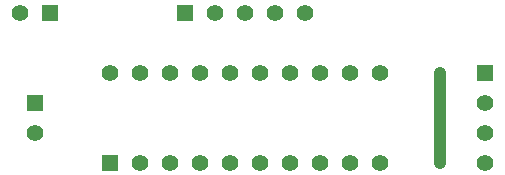
<source format=gbr>
G04 #@! TF.FileFunction,Copper,L1,Top,Signal*
%FSLAX46Y46*%
G04 Gerber Fmt 4.6, Leading zero omitted, Abs format (unit mm)*
G04 Created by KiCad (PCBNEW 4.0.5+dfsg1-4+deb9u1) date Sun Sep  4 20:07:11 2022*
%MOMM*%
%LPD*%
G01*
G04 APERTURE LIST*
%ADD10C,0.100000*%
%ADD11R,1.397000X1.397000*%
%ADD12C,1.397000*%
%ADD13C,0.889000*%
%ADD14C,1.000760*%
G04 APERTURE END LIST*
D10*
D11*
X132080000Y-99695000D03*
D12*
X132080000Y-102235000D03*
D11*
X138430000Y-104775000D03*
D12*
X140970000Y-104775000D03*
X143510000Y-104775000D03*
X146050000Y-104775000D03*
X148590000Y-104775000D03*
X151130000Y-104775000D03*
X153670000Y-104775000D03*
X156210000Y-104775000D03*
X158750000Y-104775000D03*
X161290000Y-104775000D03*
X161290000Y-97155000D03*
X158750000Y-97155000D03*
X156210000Y-97155000D03*
X153670000Y-97155000D03*
X151130000Y-97155000D03*
X148590000Y-97155000D03*
X146050000Y-97155000D03*
X143510000Y-97155000D03*
X140970000Y-97155000D03*
X138430000Y-97155000D03*
D11*
X144780000Y-92075000D03*
D12*
X147320000Y-92075000D03*
X149860000Y-92075000D03*
X152400000Y-92075000D03*
X154940000Y-92075000D03*
D11*
X170180000Y-97155000D03*
D12*
X170180000Y-99695000D03*
X170180000Y-102235000D03*
X170180000Y-104775000D03*
D11*
X133350000Y-92075000D03*
D12*
X130810000Y-92075000D03*
D13*
X166370000Y-104775000D03*
X166370000Y-97155000D03*
D14*
X166370000Y-97155000D02*
X166370000Y-104775000D01*
M02*

</source>
